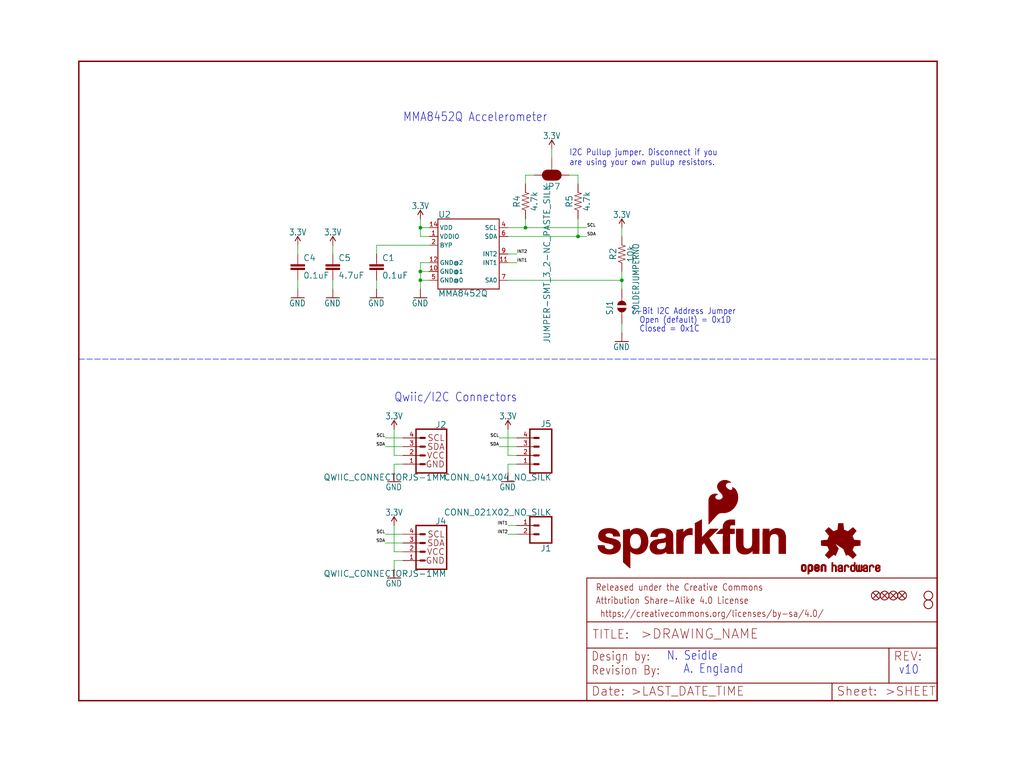
<source format=kicad_sch>
(kicad_sch (version 20211123) (generator eeschema)
  (paper "User" 297.002 223.926)
  (lib_symbols
    (symbol "schematicEagle-eagle-import:0.1UF-0603-25V-(+80{slash}-20%)"
      (property "Reference" "C" (at 1.524 2.921 0))
      (property "Value" "0.1UF-0603-25V-(+80{slash}-20%)" (at 1.524 -2.159 0))
      (symbol "0.1UF-0603-25V-(+80{slash}-20%)_1_0"
        (pin passive line (at 0 5.08 270) (length 2.54) (name "1") (number "1"))
        (pin passive line (at 0 -2.54 90) (length 2.54) (name "2") (number "2"))
      )
    )
    (symbol "schematicEagle-eagle-import:10KOHM-0603-1{slash}10W-1%"
      (property "Reference" "R" (at 0 1.524 0))
      (property "Value" "10KOHM-0603-1{slash}10W-1%" (at 0 -1.524 0))
      (symbol "10KOHM-0603-1{slash}10W-1%_1_0"
        (pin passive line (at -5.08 0 0) (length 2.54) (name "1") (number "1"))
        (pin passive line (at 5.08 0 180) (length 2.54) (name "2") (number "2"))
      )
    )
    (symbol "schematicEagle-eagle-import:3.3V" (power)
      (property "Value" "3.3V" (at 0 2.794 0))
      (symbol "3.3V_1_0"
        (pin power_in line (at 0 0 90) (length 2.54) (name "3.3V") (number "1"))
      )
    )
    (symbol "schematicEagle-eagle-import:4.7KOHM-0603-1{slash}10W-1%"
      (property "Reference" "R" (at 0 1.524 0))
      (property "Value" "4.7KOHM-0603-1{slash}10W-1%" (at 0 -1.524 0))
      (symbol "4.7KOHM-0603-1{slash}10W-1%_1_0"
        (pin passive line (at -5.08 0 0) (length 2.54) (name "1") (number "1"))
        (pin passive line (at 5.08 0 180) (length 2.54) (name "2") (number "2"))
      )
    )
    (symbol "schematicEagle-eagle-import:4.7UF0603"
      (property "Reference" "C" (at 1.524 2.921 0))
      (property "Value" "4.7UF0603" (at 1.524 -2.159 0))
      (symbol "4.7UF0603_1_0"
        (pin passive line (at 0 5.08 270) (length 2.54) (name "1") (number "1"))
        (pin passive line (at 0 -2.54 90) (length 2.54) (name "2") (number "2"))
      )
    )
    (symbol "schematicEagle-eagle-import:CONN_021X02_NO_SILK"
      (property "Reference" "J" (at -2.54 5.588 0))
      (property "Value" "CONN_021X02_NO_SILK" (at -2.54 -4.826 0))
      (symbol "CONN_021X02_NO_SILK_1_0"
        (pin passive line (at 7.62 0 180) (length 5.08) (name "1") (number "1"))
        (pin passive line (at 7.62 2.54 180) (length 5.08) (name "2") (number "2"))
      )
    )
    (symbol "schematicEagle-eagle-import:CONN_041X04_NO_SILK"
      (property "Reference" "J" (at -5.08 8.128 0))
      (property "Value" "CONN_041X04_NO_SILK" (at -5.08 -7.366 0))
      (symbol "CONN_041X04_NO_SILK_1_0"
        (pin passive line (at 5.08 -2.54 180) (length 5.08) (name "1") (number "1"))
        (pin passive line (at 5.08 0 180) (length 5.08) (name "2") (number "2"))
        (pin passive line (at 5.08 2.54 180) (length 5.08) (name "3") (number "3"))
        (pin passive line (at 5.08 5.08 180) (length 5.08) (name "4") (number "4"))
      )
    )
    (symbol "schematicEagle-eagle-import:FIDUCIALUFIDUCIAL")
    (symbol "schematicEagle-eagle-import:FRAME-LETTER"
      (symbol "FRAME-LETTER_2_0"
        (text " https://creativecommons.org/licenses/by-sa/4.0/" (at 2.54 24.13 0) (effects (font (size 1.9304 1.6408)) (justify left bottom)))
        (text ">DRAWING_NAME" (at 15.494 17.78 0) (effects (font (size 2.7432 2.7432)) (justify left bottom)))
        (text ">LAST_DATE_TIME" (at 12.7 1.27 0) (effects (font (size 2.54 2.54)) (justify left bottom)))
        (text ">SHEET" (at 86.36 1.27 0) (effects (font (size 2.54 2.54)) (justify left bottom)))
        (text "Attribution Share-Alike 4.0 License" (at 2.54 27.94 0) (effects (font (size 1.9304 1.6408)) (justify left bottom)))
        (text "Date:" (at 1.27 1.27 0) (effects (font (size 2.54 2.54)) (justify left bottom)))
        (text "Design by:" (at 1.27 11.43 0) (effects (font (size 2.54 2.159)) (justify left bottom)))
        (text "Released under the Creative Commons" (at 2.54 31.75 0) (effects (font (size 1.9304 1.6408)) (justify left bottom)))
        (text "REV:" (at 88.9 11.43 0) (effects (font (size 2.54 2.54)) (justify left bottom)))
        (text "Sheet:" (at 72.39 1.27 0) (effects (font (size 2.54 2.54)) (justify left bottom)))
        (text "TITLE:" (at 1.524 17.78 0) (effects (font (size 2.54 2.54)) (justify left bottom)))
      )
    )
    (symbol "schematicEagle-eagle-import:GND" (power)
      (property "Value" "GND" (at -2.54 -2.54 0))
      (symbol "GND_1_0"
        (pin power_in line (at 0 2.54 270) (length 2.54) (name "GND") (number "1"))
      )
    )
    (symbol "schematicEagle-eagle-import:JUMPER-SMT_3_2-NC_PASTE_SILK"
      (property "Reference" "JP" (at 2.54 0.381 0))
      (property "Value" "JUMPER-SMT_3_2-NC_PASTE_SILK" (at 2.54 -0.381 0))
      (symbol "JUMPER-SMT_3_2-NC_PASTE_SILK_1_0"
        (pin passive line (at 0 5.08 270) (length 2.54) (name "1") (number "1"))
        (pin passive line (at -5.08 0 0) (length 2.54) (name "2") (number "2"))
        (pin passive line (at 0 -5.08 90) (length 2.54) (name "3") (number "3"))
      )
    )
    (symbol "schematicEagle-eagle-import:MMA8452Q"
      (property "Reference" "U" (at -7.62 10.414 0))
      (property "Value" "MMA8452Q" (at -7.62 -10.414 0))
      (symbol "MMA8452Q_1_0"
        (pin bidirectional line (at -10.16 5.08 0) (length 2.54) (name "VDDIO") (number "1"))
        (pin bidirectional line (at -10.16 -5.08 0) (length 2.54) (name "GND@1") (number "10"))
        (pin bidirectional line (at 12.7 -2.54 180) (length 2.54) (name "INT1") (number "11"))
        (pin bidirectional line (at -10.16 -2.54 0) (length 2.54) (name "GND@2") (number "12"))
        (pin bidirectional line (at -10.16 7.62 0) (length 2.54) (name "VDD") (number "14"))
        (pin bidirectional line (at -10.16 2.54 0) (length 2.54) (name "BYP") (number "2"))
        (pin bidirectional line (at 12.7 7.62 180) (length 2.54) (name "SCL") (number "4"))
        (pin bidirectional line (at -10.16 -7.62 0) (length 2.54) (name "GND@0") (number "5"))
        (pin bidirectional line (at 12.7 5.08 180) (length 2.54) (name "SDA") (number "6"))
        (pin bidirectional line (at 12.7 -7.62 180) (length 2.54) (name "SA0") (number "7"))
        (pin bidirectional line (at 12.7 0 180) (length 2.54) (name "INT2") (number "9"))
      )
    )
    (symbol "schematicEagle-eagle-import:OSHW-LOGOMINI")
    (symbol "schematicEagle-eagle-import:QWIIC_CONNECTORJS-1MM"
      (property "Reference" "J" (at -5.08 7.874 0))
      (property "Value" "QWIIC_CONNECTORJS-1MM" (at -5.08 -5.334 0))
      (symbol "QWIIC_CONNECTORJS-1MM_1_0"
        (text "GND" (at -4.572 -2.54 0) (effects (font (size 1.778 1.778)) (justify left)))
        (text "SCL" (at -4.572 5.08 0) (effects (font (size 1.778 1.778)) (justify left)))
        (text "SDA" (at -4.572 2.54 0) (effects (font (size 1.778 1.778)) (justify left)))
        (text "VCC" (at -4.572 0 0) (effects (font (size 1.778 1.778)) (justify left)))
        (pin power_in line (at 7.62 -2.54 180) (length 5.08) (name "1") (number "1"))
        (pin power_in line (at 7.62 0 180) (length 5.08) (name "2") (number "2"))
        (pin passive line (at 7.62 2.54 180) (length 5.08) (name "3") (number "3"))
        (pin passive line (at 7.62 5.08 180) (length 5.08) (name "4") (number "4"))
      )
    )
    (symbol "schematicEagle-eagle-import:REVISION"
      (symbol "REVISION_1_0"
        (text "Revision By: " (at 0 0 0) (effects (font (size 2.54 2.159)) (justify left bottom)))
      )
    )
    (symbol "schematicEagle-eagle-import:SFE_LOGO_NAME_FLAME.1_INCH")
    (symbol "schematicEagle-eagle-import:SOLDERJUMPERNO"
      (property "Reference" "SJ" (at -2.54 2.54 0))
      (property "Value" "SOLDERJUMPERNO" (at -2.54 -5.08 0))
      (symbol "SOLDERJUMPERNO_1_0"
        (pin passive line (at -5.08 0 0) (length 2.54) (name "1") (number "1"))
        (pin passive line (at 5.08 0 180) (length 2.54) (name "2") (number "2"))
      )
    )
    (symbol "schematicEagle-eagle-import:STAND-OFF")
  )
  (junction (at 167.64 68.58))
  (junction (at 180.34 81.28))
  (junction (at 121.92 66.04))
  (junction (at 121.92 78.74))
  (junction (at 152.4 66.04))
  (junction (at 121.92 81.28))
  (wire (pts (xy 116.84 129.54) (xy 111.76 129.54)))
  (wire (pts (xy 124.46 71.12) (xy 109.22 71.12)))
  (wire (pts (xy 147.32 68.58) (xy 167.64 68.58)))
  (wire (pts (xy 96.52 73.66) (xy 96.52 71.12)))
  (wire (pts (xy 167.64 68.58) (xy 167.64 63.5)))
  (wire (pts (xy 116.84 127) (xy 111.76 127)))
  (wire (pts (xy 180.34 66.04) (xy 180.34 68.58)))
  (wire (pts (xy 96.52 81.28) (xy 96.52 83.82)))
  (wire (pts (xy 149.86 127) (xy 144.78 127)))
  (wire (pts (xy 121.92 68.58) (xy 121.92 66.04)))
  (wire (pts (xy 116.84 157.48) (xy 111.76 157.48)))
  (wire (pts (xy 124.46 81.28) (xy 121.92 81.28)))
  (wire (pts (xy 121.92 66.04) (xy 121.92 63.5)))
  (wire (pts (xy 152.4 66.04) (xy 170.18 66.04)))
  (wire (pts (xy 114.3 160.02) (xy 114.3 152.4)))
  (wire (pts (xy 147.32 66.04) (xy 152.4 66.04)))
  (wire (pts (xy 121.92 76.2) (xy 121.92 78.74)))
  (wire (pts (xy 116.84 162.56) (xy 114.3 162.56)))
  (wire (pts (xy 86.36 81.28) (xy 86.36 83.82)))
  (wire (pts (xy 180.34 96.52) (xy 180.34 93.98)))
  (wire (pts (xy 152.4 50.8) (xy 154.94 50.8)))
  (wire (pts (xy 124.46 76.2) (xy 121.92 76.2)))
  (wire (pts (xy 124.46 78.74) (xy 121.92 78.74)))
  (wire (pts (xy 116.84 160.02) (xy 114.3 160.02)))
  (wire (pts (xy 109.22 81.28) (xy 109.22 83.82)))
  (wire (pts (xy 180.34 81.28) (xy 180.34 78.74)))
  (wire (pts (xy 109.22 71.12) (xy 109.22 73.66)))
  (wire (pts (xy 149.86 132.08) (xy 147.32 132.08)))
  (wire (pts (xy 149.86 134.62) (xy 147.32 134.62)))
  (wire (pts (xy 124.46 66.04) (xy 121.92 66.04)))
  (wire (pts (xy 116.84 132.08) (xy 114.3 132.08)))
  (wire (pts (xy 149.86 154.94) (xy 147.32 154.94)))
  (wire (pts (xy 124.46 68.58) (xy 121.92 68.58)))
  (wire (pts (xy 149.86 152.4) (xy 147.32 152.4)))
  (wire (pts (xy 86.36 73.66) (xy 86.36 71.12)))
  (wire (pts (xy 121.92 78.74) (xy 121.92 81.28)))
  (wire (pts (xy 147.32 81.28) (xy 180.34 81.28)))
  (wire (pts (xy 160.02 43.18) (xy 160.02 45.72)))
  (wire (pts (xy 114.3 162.56) (xy 114.3 165.1)))
  (wire (pts (xy 147.32 132.08) (xy 147.32 124.46)))
  (wire (pts (xy 147.32 73.66) (xy 149.86 73.66)))
  (wire (pts (xy 149.86 129.54) (xy 144.78 129.54)))
  (wire (pts (xy 116.84 154.94) (xy 111.76 154.94)))
  (wire (pts (xy 114.3 132.08) (xy 114.3 124.46)))
  (wire (pts (xy 147.32 134.62) (xy 147.32 137.16)))
  (wire (pts (xy 116.84 134.62) (xy 114.3 134.62)))
  (wire (pts (xy 167.64 53.34) (xy 167.64 50.8)))
  (wire (pts (xy 121.92 81.28) (xy 121.92 83.82)))
  (wire (pts (xy 114.3 134.62) (xy 114.3 137.16)))
  (wire (pts (xy 167.64 50.8) (xy 165.1 50.8)))
  (wire (pts (xy 167.64 68.58) (xy 170.18 68.58)))
  (polyline (pts (xy 22.86 104.14) (xy 271.78 104.14)))
  (wire (pts (xy 152.4 53.34) (xy 152.4 50.8)))
  (wire (pts (xy 180.34 83.82) (xy 180.34 81.28)))
  (wire (pts (xy 147.32 76.2) (xy 149.86 76.2)))
  (wire (pts (xy 152.4 66.04) (xy 152.4 63.5)))
  (text "Qwiic/I2C Connectors" (at 114.3 116.84 180) (effects (font (size 2.54 2.159)) (justify left bottom)))
  (text "N. Seidle" (at 193.294 191.77 180) (effects (font (size 2.54 2.159)) (justify left bottom)))
  (text "MMA8452Q Accelerometer" (at 116.84 35.56 180) (effects (font (size 2.54 2.159)) (justify left bottom)))
  (text "Closed = 0x1C" (at 185.42 96.52 180) (effects (font (size 1.778 1.5113)) (justify left bottom)))
  (text "I2C Pullup jumper. Disconnect if you\nare using your own pullup resistors." (at 165.1 48.26 0) (effects (font (size 1.778 1.5113)) (justify left bottom)))
  (text "v10" (at 260.604 195.834 180) (effects (font (size 2.54 2.159)) (justify left bottom)))
  (text "7-Bit I2C Address Jumper" (at 182.88 91.44 180) (effects (font (size 1.778 1.5113)) (justify left bottom)))
  (text "A. England" (at 198.12 195.58 180) (effects (font (size 2.54 2.159)) (justify left bottom)))
  (text "Open (default) = 0x1D" (at 185.42 93.98 180) (effects (font (size 1.778 1.5113)) (justify left bottom)))
  (label "SDA" (at 144.78 129.54 180) (effects (font (size 0.889 0.889))))
  (label "INT1" (at 149.86 76.2 0) (effects (font (size 0.889 0.889))))
  (label "INT2" (at 149.86 73.66 0) (effects (font (size 0.889 0.889))))
  (label "SCL" (at 170.18 66.04 0) (effects (font (size 0.889 0.889))))
  (label "SCL" (at 144.78 127 180) (effects (font (size 0.889 0.889))))
  (label "SDA" (at 111.76 157.48 180) (effects (font (size 0.889 0.889))))
  (label "SDA" (at 170.18 68.58 0) (effects (font (size 0.889 0.889))))
  (label "SDA" (at 111.76 129.54 180) (effects (font (size 0.889 0.889))))
  (label "INT2" (at 147.32 154.94 180) (effects (font (size 0.889 0.889))))
  (label "SCL" (at 111.76 154.94 180) (effects (font (size 0.889 0.889))))
  (label "SCL" (at 111.76 127 180) (effects (font (size 0.889 0.889))))
  (label "INT1" (at 147.32 152.4 180) (effects (font (size 0.889 0.889))))
  (symbol (lib_id "schematicEagle-eagle-import:4.7KOHM-0603-1{slash}10W-1%") (at 167.64 58.42 90) (unit 1)
    (property "Reference" "R5" (at 166.116 58.42 0) (effects (font (size 1.778 1.778)) (justify bottom)))
    (property "Value" "4.7k" (at 169.164 58.42 0) (effects (font (size 1.778 1.778)) (justify top)))
    (property "Footprint" "schematicEagle:0603" (effects hide))
  )
  (symbol (lib_id "schematicEagle-eagle-import:GND") (at 96.52 86.36 0) (unit 1)
    (property "Reference" "#GND3" (effects hide))
    (property "Value" "GND" (at 93.98 88.9 0) (effects (font (size 1.778 1.5113)) (justify left bottom)))
    (property "Footprint" "schematicEagle:" (effects hide))
  )
  (symbol (lib_id "schematicEagle-eagle-import:3.3V") (at 86.36 71.12 0) (unit 1)
    (property "Reference" "#SUPPLY5" (effects hide))
    (property "Value" "3.3V" (at 86.36 68.326 0) (effects (font (size 1.778 1.5113)) (justify bottom)))
    (property "Footprint" "schematicEagle:" (effects hide))
  )
  (symbol (lib_id "schematicEagle-eagle-import:FIDUCIALUFIDUCIAL") (at 256.54 172.72 0) (unit 1)
    (property "Reference" "JP1" (effects hide))
    (property "Value" "FIDUCIALUFIDUCIAL" (effects hide))
    (property "Footprint" "schematicEagle:MICRO-FIDUCIAL" (effects hide))
  )
  (symbol (lib_id "schematicEagle-eagle-import:GND") (at 114.3 167.64 0) (unit 1)
    (property "Reference" "#GND8" (effects hide))
    (property "Value" "GND" (at 111.76 170.18 0) (effects (font (size 1.778 1.5113)) (justify left bottom)))
    (property "Footprint" "schematicEagle:" (effects hide))
  )
  (symbol (lib_id "schematicEagle-eagle-import:SOLDERJUMPERNO") (at 180.34 88.9 90) (unit 1)
    (property "Reference" "SJ1" (at 177.8 91.44 0) (effects (font (size 1.778 1.5113)) (justify left bottom)))
    (property "Value" "SOLDERJUMPERNO" (at 185.42 91.44 0) (effects (font (size 1.778 1.5113)) (justify left bottom)))
    (property "Footprint" "schematicEagle:SJ_2S-NO" (effects hide))
  )
  (symbol (lib_id "schematicEagle-eagle-import:GND") (at 86.36 86.36 0) (unit 1)
    (property "Reference" "#GND4" (effects hide))
    (property "Value" "GND" (at 83.82 88.9 0) (effects (font (size 1.778 1.5113)) (justify left bottom)))
    (property "Footprint" "schematicEagle:" (effects hide))
  )
  (symbol (lib_id "schematicEagle-eagle-import:3.3V") (at 160.02 43.18 0) (unit 1)
    (property "Reference" "#SUPPLY1" (effects hide))
    (property "Value" "3.3V" (at 160.02 40.386 0) (effects (font (size 1.778 1.5113)) (justify bottom)))
    (property "Footprint" "schematicEagle:" (effects hide))
  )
  (symbol (lib_id "schematicEagle-eagle-import:FIDUCIALUFIDUCIAL") (at 259.08 172.72 0) (unit 1)
    (property "Reference" "JP6" (effects hide))
    (property "Value" "FIDUCIALUFIDUCIAL" (effects hide))
    (property "Footprint" "schematicEagle:MICRO-FIDUCIAL" (effects hide))
  )
  (symbol (lib_id "schematicEagle-eagle-import:FIDUCIALUFIDUCIAL") (at 261.62 172.72 0) (unit 1)
    (property "Reference" "JP5" (effects hide))
    (property "Value" "FIDUCIALUFIDUCIAL" (effects hide))
    (property "Footprint" "schematicEagle:MICRO-FIDUCIAL" (effects hide))
  )
  (symbol (lib_id "schematicEagle-eagle-import:FRAME-LETTER") (at 22.86 203.2 0) (unit 1)
    (property "Reference" "FRAME1" (effects hide))
    (property "Value" "FRAME-LETTER" (effects hide))
    (property "Footprint" "schematicEagle:CREATIVE_COMMONS" (effects hide))
  )
  (symbol (lib_id "schematicEagle-eagle-import:GND") (at 109.22 86.36 0) (unit 1)
    (property "Reference" "#GND5" (effects hide))
    (property "Value" "GND" (at 106.68 88.9 0) (effects (font (size 1.778 1.5113)) (justify left bottom)))
    (property "Footprint" "schematicEagle:" (effects hide))
  )
  (symbol (lib_id "schematicEagle-eagle-import:GND") (at 147.32 139.7 0) (unit 1)
    (property "Reference" "#GND7" (effects hide))
    (property "Value" "GND" (at 144.78 142.24 0) (effects (font (size 1.778 1.5113)) (justify left bottom)))
    (property "Footprint" "schematicEagle:" (effects hide))
  )
  (symbol (lib_id "schematicEagle-eagle-import:SFE_LOGO_NAME_FLAME.1_INCH") (at 172.72 165.1 0) (unit 1)
    (property "Reference" "LOGO2" (effects hide))
    (property "Value" "SFE_LOGO_NAME_FLAME.1_INCH" (effects hide))
    (property "Footprint" "schematicEagle:SFE_LOGO_NAME_FLAME_.1" (effects hide))
  )
  (symbol (lib_id "schematicEagle-eagle-import:QWIIC_CONNECTORJS-1MM") (at 124.46 160.02 0) (mirror y) (unit 1)
    (property "Reference" "J4" (at 129.54 152.146 0) (effects (font (size 1.778 1.778)) (justify left bottom)))
    (property "Value" "QWIIC_CONNECTORJS-1MM" (at 129.54 165.354 0) (effects (font (size 1.778 1.778)) (justify left top)))
    (property "Footprint" "schematicEagle:1X04_1MM_RA" (effects hide))
  )
  (symbol (lib_id "schematicEagle-eagle-import:3.3V") (at 114.3 152.4 0) (unit 1)
    (property "Reference" "#SUPPLY8" (effects hide))
    (property "Value" "3.3V" (at 114.3 149.606 0) (effects (font (size 1.778 1.5113)) (justify bottom)))
    (property "Footprint" "schematicEagle:" (effects hide))
  )
  (symbol (lib_id "schematicEagle-eagle-import:OSHW-LOGOMINI") (at 243.84 157.48 0) (unit 1)
    (property "Reference" "LOGO1" (effects hide))
    (property "Value" "OSHW-LOGOMINI" (effects hide))
    (property "Footprint" "schematicEagle:OSHW-LOGO-MINI" (effects hide))
  )
  (symbol (lib_id "schematicEagle-eagle-import:3.3V") (at 180.34 66.04 0) (unit 1)
    (property "Reference" "#SUPPLY2" (effects hide))
    (property "Value" "3.3V" (at 180.34 63.246 0) (effects (font (size 1.778 1.5113)) (justify bottom)))
    (property "Footprint" "schematicEagle:" (effects hide))
  )
  (symbol (lib_id "schematicEagle-eagle-import:FRAME-LETTER") (at 170.18 203.2 0) (unit 2)
    (property "Reference" "FRAME1" (effects hide))
    (property "Value" "FRAME-LETTER" (effects hide))
    (property "Footprint" "schematicEagle:CREATIVE_COMMONS" (effects hide))
  )
  (symbol (lib_id "schematicEagle-eagle-import:0.1UF-0603-25V-(+80{slash}-20%)") (at 109.22 78.74 0) (unit 1)
    (property "Reference" "C1" (at 110.744 75.819 0) (effects (font (size 1.778 1.778)) (justify left bottom)))
    (property "Value" "0.1uF" (at 110.744 80.899 0) (effects (font (size 1.778 1.778)) (justify left bottom)))
    (property "Footprint" "schematicEagle:0603" (effects hide))
  )
  (symbol (lib_id "schematicEagle-eagle-import:STAND-OFF") (at 269.24 172.72 0) (unit 1)
    (property "Reference" "JP3" (effects hide))
    (property "Value" "STAND-OFF" (effects hide))
    (property "Footprint" "schematicEagle:STAND-OFF" (effects hide))
  )
  (symbol (lib_id "schematicEagle-eagle-import:CONN_021X02_NO_SILK") (at 157.48 152.4 180) (unit 1)
    (property "Reference" "J1" (at 160.02 157.988 0) (effects (font (size 1.778 1.778)) (justify left bottom)))
    (property "Value" "CONN_021X02_NO_SILK" (at 160.02 147.574 0) (effects (font (size 1.778 1.778)) (justify left bottom)))
    (property "Footprint" "schematicEagle:1X02_NO_SILK" (effects hide))
  )
  (symbol (lib_id "schematicEagle-eagle-import:MMA8452Q") (at 134.62 73.66 0) (unit 1)
    (property "Reference" "U2" (at 127 63.246 0) (effects (font (size 1.778 1.778)) (justify left bottom)))
    (property "Value" "MMA8452Q" (at 127 84.074 0) (effects (font (size 1.778 1.778)) (justify left top)))
    (property "Footprint" "schematicEagle:QFN-16" (effects hide))
  )
  (symbol (lib_id "schematicEagle-eagle-import:3.3V") (at 114.3 124.46 0) (unit 1)
    (property "Reference" "#SUPPLY4" (effects hide))
    (property "Value" "3.3V" (at 114.3 121.666 0) (effects (font (size 1.778 1.5113)) (justify bottom)))
    (property "Footprint" "schematicEagle:" (effects hide))
  )
  (symbol (lib_id "schematicEagle-eagle-import:JUMPER-SMT_3_2-NC_PASTE_SILK") (at 160.02 50.8 270) (unit 1)
    (property "Reference" "JP7" (at 157.48 55.118 90) (effects (font (size 1.778 1.778)) (justify left bottom)))
    (property "Value" "JUMPER-SMT_3_2-NC_PASTE_SILK" (at 159.639 53.34 0) (effects (font (size 1.778 1.778)) (justify left top)))
    (property "Footprint" "schematicEagle:SMT-JUMPER_3_2-NC_PASTE_SILK" (effects hide))
  )
  (symbol (lib_id "schematicEagle-eagle-import:4.7UF0603") (at 96.52 78.74 0) (unit 1)
    (property "Reference" "C5" (at 98.044 75.819 0) (effects (font (size 1.778 1.778)) (justify left bottom)))
    (property "Value" "4.7uF" (at 98.044 80.899 0) (effects (font (size 1.778 1.778)) (justify left bottom)))
    (property "Footprint" "schematicEagle:0603" (effects hide))
  )
  (symbol (lib_id "schematicEagle-eagle-import:3.3V") (at 147.32 124.46 0) (unit 1)
    (property "Reference" "#SUPPLY7" (effects hide))
    (property "Value" "3.3V" (at 147.32 121.666 0) (effects (font (size 1.778 1.5113)) (justify bottom)))
    (property "Footprint" "schematicEagle:" (effects hide))
  )
  (symbol (lib_id "schematicEagle-eagle-import:STAND-OFF") (at 269.24 175.26 0) (unit 1)
    (property "Reference" "JP4" (effects hide))
    (property "Value" "STAND-OFF" (effects hide))
    (property "Footprint" "schematicEagle:STAND-OFF" (effects hide))
  )
  (symbol (lib_id "schematicEagle-eagle-import:10KOHM-0603-1{slash}10W-1%") (at 180.34 73.66 90) (unit 1)
    (property "Reference" "R2" (at 178.816 73.66 0) (effects (font (size 1.778 1.778)) (justify bottom)))
    (property "Value" "10k" (at 181.864 73.66 0) (effects (font (size 1.778 1.778)) (justify top)))
    (property "Footprint" "schematicEagle:0603" (effects hide))
  )
  (symbol (lib_id "schematicEagle-eagle-import:3.3V") (at 96.52 71.12 0) (unit 1)
    (property "Reference" "#SUPPLY6" (effects hide))
    (property "Value" "3.3V" (at 96.52 68.326 0) (effects (font (size 1.778 1.5113)) (justify bottom)))
    (property "Footprint" "schematicEagle:" (effects hide))
  )
  (symbol (lib_id "schematicEagle-eagle-import:4.7KOHM-0603-1{slash}10W-1%") (at 152.4 58.42 90) (unit 1)
    (property "Reference" "R4" (at 150.876 58.42 0) (effects (font (size 1.778 1.778)) (justify bottom)))
    (property "Value" "4.7k" (at 153.924 58.42 0) (effects (font (size 1.778 1.778)) (justify top)))
    (property "Footprint" "schematicEagle:0603" (effects hide))
  )
  (symbol (lib_id "schematicEagle-eagle-import:SFE_LOGO_NAME_FLAME.1_INCH") (at 172.72 165.1 0) (unit 1)
    (property "Reference" "LOGO3" (effects hide))
    (property "Value" "SFE_LOGO_NAME_FLAME.1_INCH" (effects hide))
    (property "Footprint" "schematicEagle:SFE_LOGO_NAME_FLAME_.1" (effects hide))
  )
  (symbol (lib_id "schematicEagle-eagle-import:3.3V") (at 121.92 63.5 0) (unit 1)
    (property "Reference" "#SUPPLY3" (effects hide))
    (property "Value" "3.3V" (at 121.92 60.706 0) (effects (font (size 1.778 1.5113)) (justify bottom)))
    (property "Footprint" "schematicEagle:" (effects hide))
  )
  (symbol (lib_id "schematicEagle-eagle-import:REVISION") (at 171.45 195.834 0) (unit 1)
    (property "Reference" "LOGO4" (effects hide))
    (property "Value" "REVISION" (effects hide))
    (property "Footprint" "schematicEagle:REVISION" (effects hide))
  )
  (symbol (lib_id "schematicEagle-eagle-import:0.1UF-0603-25V-(+80{slash}-20%)") (at 86.36 78.74 0) (unit 1)
    (property "Reference" "C4" (at 87.884 75.819 0) (effects (font (size 1.778 1.778)) (justify left bottom)))
    (property "Value" "0.1uF" (at 87.884 80.899 0) (effects (font (size 1.778 1.778)) (justify left bottom)))
    (property "Footprint" "schematicEagle:0603" (effects hide))
  )
  (symbol (lib_id "schematicEagle-eagle-import:QWIIC_CONNECTORJS-1MM") (at 124.46 132.08 0) (mirror y) (unit 1)
    (property "Reference" "J2" (at 129.54 124.206 0) (effects (font (size 1.778 1.778)) (justify left bottom)))
    (property "Value" "QWIIC_CONNECTORJS-1MM" (at 129.54 137.414 0) (effects (font (size 1.778 1.778)) (justify left top)))
    (property "Footprint" "schematicEagle:1X04_1MM_RA" (effects hide))
  )
  (symbol (lib_id "schematicEagle-eagle-import:FIDUCIALUFIDUCIAL") (at 254 172.72 0) (unit 1)
    (property "Reference" "JP2" (effects hide))
    (property "Value" "FIDUCIALUFIDUCIAL" (effects hide))
    (property "Footprint" "schematicEagle:MICRO-FIDUCIAL" (effects hide))
  )
  (symbol (lib_id "schematicEagle-eagle-import:GND") (at 114.3 139.7 0) (unit 1)
    (property "Reference" "#GND6" (effects hide))
    (property "Value" "GND" (at 111.76 142.24 0) (effects (font (size 1.778 1.5113)) (justify left bottom)))
    (property "Footprint" "schematicEagle:" (effects hide))
  )
  (symbol (lib_id "schematicEagle-eagle-import:CONN_041X04_NO_SILK") (at 154.94 132.08 0) (mirror y) (unit 1)
    (property "Reference" "J5" (at 160.02 123.952 0) (effects (font (size 1.778 1.778)) (justify left bottom)))
    (property "Value" "CONN_041X04_NO_SILK" (at 160.02 139.446 0) (effects (font (size 1.778 1.778)) (justify left bottom)))
    (property "Footprint" "schematicEagle:1X04_NO_SILK" (effects hide))
  )
  (symbol (lib_id "schematicEagle-eagle-import:GND") (at 180.34 99.06 0) (unit 1)
    (property "Reference" "#GND2" (effects hide))
    (property "Value" "GND" (at 177.8 101.6 0) (effects (font (size 1.778 1.5113)) (justify left bottom)))
    (property "Footprint" "schematicEagle:" (effects hide))
  )
  (symbol (lib_id "schematicEagle-eagle-import:GND") (at 121.92 86.36 0) (unit 1)
    (property "Reference" "#GND1" (effects hide))
    (property "Value" "GND" (at 119.38 88.9 0) (effects (font (size 1.778 1.5113)) (justify left bottom)))
    (property "Footprint" "schematicEagle:" (effects hide))
  )
)
</source>
